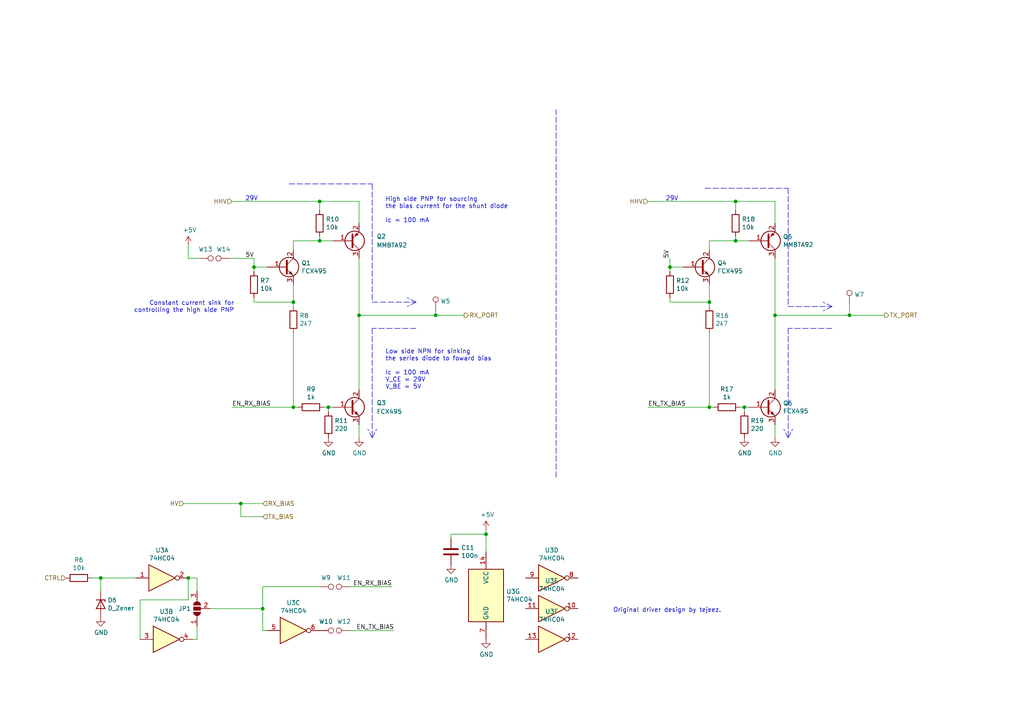
<source format=kicad_sch>
(kicad_sch (version 20211123) (generator eeschema)

  (uuid d3d57924-54a6-421d-a3a0-a044fc909e88)

  (paper "A4")

  (title_block
    (title "Bias driver")
    (date "2022-05-03")
    (rev "v1")
    (company "petrinm")
  )

  (lib_symbols
    (symbol "74xx:74HC04" (in_bom yes) (on_board yes)
      (property "Reference" "U" (id 0) (at 0 1.27 0)
        (effects (font (size 1.27 1.27)))
      )
      (property "Value" "74HC04" (id 1) (at 0 -1.27 0)
        (effects (font (size 1.27 1.27)))
      )
      (property "Footprint" "" (id 2) (at 0 0 0)
        (effects (font (size 1.27 1.27)) hide)
      )
      (property "Datasheet" "https://assets.nexperia.com/documents/data-sheet/74HC_HCT04.pdf" (id 3) (at 0 0 0)
        (effects (font (size 1.27 1.27)) hide)
      )
      (property "ki_locked" "" (id 4) (at 0 0 0)
        (effects (font (size 1.27 1.27)))
      )
      (property "ki_keywords" "HCMOS not inv" (id 5) (at 0 0 0)
        (effects (font (size 1.27 1.27)) hide)
      )
      (property "ki_description" "Hex Inverter" (id 6) (at 0 0 0)
        (effects (font (size 1.27 1.27)) hide)
      )
      (property "ki_fp_filters" "DIP*W7.62mm* SSOP?14* TSSOP?14*" (id 7) (at 0 0 0)
        (effects (font (size 1.27 1.27)) hide)
      )
      (symbol "74HC04_1_0"
        (polyline
          (pts
            (xy -3.81 3.81)
            (xy -3.81 -3.81)
            (xy 3.81 0)
            (xy -3.81 3.81)
          )
          (stroke (width 0.254) (type default) (color 0 0 0 0))
          (fill (type background))
        )
        (pin input line (at -7.62 0 0) (length 3.81)
          (name "~" (effects (font (size 1.27 1.27))))
          (number "1" (effects (font (size 1.27 1.27))))
        )
        (pin output inverted (at 7.62 0 180) (length 3.81)
          (name "~" (effects (font (size 1.27 1.27))))
          (number "2" (effects (font (size 1.27 1.27))))
        )
      )
      (symbol "74HC04_2_0"
        (polyline
          (pts
            (xy -3.81 3.81)
            (xy -3.81 -3.81)
            (xy 3.81 0)
            (xy -3.81 3.81)
          )
          (stroke (width 0.254) (type default) (color 0 0 0 0))
          (fill (type background))
        )
        (pin input line (at -7.62 0 0) (length 3.81)
          (name "~" (effects (font (size 1.27 1.27))))
          (number "3" (effects (font (size 1.27 1.27))))
        )
        (pin output inverted (at 7.62 0 180) (length 3.81)
          (name "~" (effects (font (size 1.27 1.27))))
          (number "4" (effects (font (size 1.27 1.27))))
        )
      )
      (symbol "74HC04_3_0"
        (polyline
          (pts
            (xy -3.81 3.81)
            (xy -3.81 -3.81)
            (xy 3.81 0)
            (xy -3.81 3.81)
          )
          (stroke (width 0.254) (type default) (color 0 0 0 0))
          (fill (type background))
        )
        (pin input line (at -7.62 0 0) (length 3.81)
          (name "~" (effects (font (size 1.27 1.27))))
          (number "5" (effects (font (size 1.27 1.27))))
        )
        (pin output inverted (at 7.62 0 180) (length 3.81)
          (name "~" (effects (font (size 1.27 1.27))))
          (number "6" (effects (font (size 1.27 1.27))))
        )
      )
      (symbol "74HC04_4_0"
        (polyline
          (pts
            (xy -3.81 3.81)
            (xy -3.81 -3.81)
            (xy 3.81 0)
            (xy -3.81 3.81)
          )
          (stroke (width 0.254) (type default) (color 0 0 0 0))
          (fill (type background))
        )
        (pin output inverted (at 7.62 0 180) (length 3.81)
          (name "~" (effects (font (size 1.27 1.27))))
          (number "8" (effects (font (size 1.27 1.27))))
        )
        (pin input line (at -7.62 0 0) (length 3.81)
          (name "~" (effects (font (size 1.27 1.27))))
          (number "9" (effects (font (size 1.27 1.27))))
        )
      )
      (symbol "74HC04_5_0"
        (polyline
          (pts
            (xy -3.81 3.81)
            (xy -3.81 -3.81)
            (xy 3.81 0)
            (xy -3.81 3.81)
          )
          (stroke (width 0.254) (type default) (color 0 0 0 0))
          (fill (type background))
        )
        (pin output inverted (at 7.62 0 180) (length 3.81)
          (name "~" (effects (font (size 1.27 1.27))))
          (number "10" (effects (font (size 1.27 1.27))))
        )
        (pin input line (at -7.62 0 0) (length 3.81)
          (name "~" (effects (font (size 1.27 1.27))))
          (number "11" (effects (font (size 1.27 1.27))))
        )
      )
      (symbol "74HC04_6_0"
        (polyline
          (pts
            (xy -3.81 3.81)
            (xy -3.81 -3.81)
            (xy 3.81 0)
            (xy -3.81 3.81)
          )
          (stroke (width 0.254) (type default) (color 0 0 0 0))
          (fill (type background))
        )
        (pin output inverted (at 7.62 0 180) (length 3.81)
          (name "~" (effects (font (size 1.27 1.27))))
          (number "12" (effects (font (size 1.27 1.27))))
        )
        (pin input line (at -7.62 0 0) (length 3.81)
          (name "~" (effects (font (size 1.27 1.27))))
          (number "13" (effects (font (size 1.27 1.27))))
        )
      )
      (symbol "74HC04_7_0"
        (pin power_in line (at 0 12.7 270) (length 5.08)
          (name "VCC" (effects (font (size 1.27 1.27))))
          (number "14" (effects (font (size 1.27 1.27))))
        )
        (pin power_in line (at 0 -12.7 90) (length 5.08)
          (name "GND" (effects (font (size 1.27 1.27))))
          (number "7" (effects (font (size 1.27 1.27))))
        )
      )
      (symbol "74HC04_7_1"
        (rectangle (start -5.08 7.62) (end 5.08 -7.62)
          (stroke (width 0.254) (type default) (color 0 0 0 0))
          (fill (type background))
        )
      )
    )
    (symbol "Connector_Specialized:Test_Point" (pin_numbers hide) (pin_names (offset 0.762) hide) (in_bom yes) (on_board yes)
      (property "Reference" "TP" (id 0) (at 0 6.858 0)
        (effects (font (size 1.27 1.27)))
      )
      (property "Value" "Connector_Specialized_Test_Point" (id 1) (at 0 5.08 0)
        (effects (font (size 1.27 1.27)))
      )
      (property "Footprint" "" (id 2) (at 5.08 0 0)
        (effects (font (size 1.27 1.27)) hide)
      )
      (property "Datasheet" "" (id 3) (at 5.08 0 0)
        (effects (font (size 1.27 1.27)) hide)
      )
      (property "ki_fp_filters" "Pin* Test*" (id 4) (at 0 0 0)
        (effects (font (size 1.27 1.27)) hide)
      )
      (symbol "Test_Point_0_1"
        (circle (center 0 3.302) (radius 0.762)
          (stroke (width 0) (type default) (color 0 0 0 0))
          (fill (type none))
        )
      )
      (symbol "Test_Point_1_1"
        (pin passive line (at 0 0 90) (length 2.54)
          (name "1" (effects (font (size 1.27 1.27))))
          (number "1" (effects (font (size 1.27 1.27))))
        )
      )
    )
    (symbol "Device:C" (pin_numbers hide) (pin_names (offset 0.254)) (in_bom yes) (on_board yes)
      (property "Reference" "C" (id 0) (at 0.635 2.54 0)
        (effects (font (size 1.27 1.27)) (justify left))
      )
      (property "Value" "C" (id 1) (at 0.635 -2.54 0)
        (effects (font (size 1.27 1.27)) (justify left))
      )
      (property "Footprint" "" (id 2) (at 0.9652 -3.81 0)
        (effects (font (size 1.27 1.27)) hide)
      )
      (property "Datasheet" "~" (id 3) (at 0 0 0)
        (effects (font (size 1.27 1.27)) hide)
      )
      (property "ki_keywords" "cap capacitor" (id 4) (at 0 0 0)
        (effects (font (size 1.27 1.27)) hide)
      )
      (property "ki_description" "Unpolarized capacitor" (id 5) (at 0 0 0)
        (effects (font (size 1.27 1.27)) hide)
      )
      (property "ki_fp_filters" "C_*" (id 6) (at 0 0 0)
        (effects (font (size 1.27 1.27)) hide)
      )
      (symbol "C_0_1"
        (polyline
          (pts
            (xy -2.032 -0.762)
            (xy 2.032 -0.762)
          )
          (stroke (width 0.508) (type default) (color 0 0 0 0))
          (fill (type none))
        )
        (polyline
          (pts
            (xy -2.032 0.762)
            (xy 2.032 0.762)
          )
          (stroke (width 0.508) (type default) (color 0 0 0 0))
          (fill (type none))
        )
      )
      (symbol "C_1_1"
        (pin passive line (at 0 3.81 270) (length 2.794)
          (name "~" (effects (font (size 1.27 1.27))))
          (number "1" (effects (font (size 1.27 1.27))))
        )
        (pin passive line (at 0 -3.81 90) (length 2.794)
          (name "~" (effects (font (size 1.27 1.27))))
          (number "2" (effects (font (size 1.27 1.27))))
        )
      )
    )
    (symbol "Device:D_Zener" (pin_numbers hide) (pin_names (offset 1.016) hide) (in_bom yes) (on_board yes)
      (property "Reference" "D" (id 0) (at 0 2.54 0)
        (effects (font (size 1.27 1.27)))
      )
      (property "Value" "D_Zener" (id 1) (at 0 -2.54 0)
        (effects (font (size 1.27 1.27)))
      )
      (property "Footprint" "" (id 2) (at 0 0 0)
        (effects (font (size 1.27 1.27)) hide)
      )
      (property "Datasheet" "~" (id 3) (at 0 0 0)
        (effects (font (size 1.27 1.27)) hide)
      )
      (property "ki_keywords" "diode" (id 4) (at 0 0 0)
        (effects (font (size 1.27 1.27)) hide)
      )
      (property "ki_description" "Zener diode" (id 5) (at 0 0 0)
        (effects (font (size 1.27 1.27)) hide)
      )
      (property "ki_fp_filters" "TO-???* *_Diode_* *SingleDiode* D_*" (id 6) (at 0 0 0)
        (effects (font (size 1.27 1.27)) hide)
      )
      (symbol "D_Zener_0_1"
        (polyline
          (pts
            (xy 1.27 0)
            (xy -1.27 0)
          )
          (stroke (width 0) (type default) (color 0 0 0 0))
          (fill (type none))
        )
        (polyline
          (pts
            (xy -1.27 -1.27)
            (xy -1.27 1.27)
            (xy -0.762 1.27)
          )
          (stroke (width 0.254) (type default) (color 0 0 0 0))
          (fill (type none))
        )
        (polyline
          (pts
            (xy 1.27 -1.27)
            (xy 1.27 1.27)
            (xy -1.27 0)
            (xy 1.27 -1.27)
          )
          (stroke (width 0.254) (type default) (color 0 0 0 0))
          (fill (type none))
        )
      )
      (symbol "D_Zener_1_1"
        (pin passive line (at -3.81 0 0) (length 2.54)
          (name "K" (effects (font (size 1.27 1.27))))
          (number "1" (effects (font (size 1.27 1.27))))
        )
        (pin passive line (at 3.81 0 180) (length 2.54)
          (name "A" (effects (font (size 1.27 1.27))))
          (number "2" (effects (font (size 1.27 1.27))))
        )
      )
    )
    (symbol "Device:Q_NPN_BCE" (pin_names (offset 0) hide) (in_bom yes) (on_board yes)
      (property "Reference" "Q" (id 0) (at 5.08 1.27 0)
        (effects (font (size 1.27 1.27)) (justify left))
      )
      (property "Value" "Q_NPN_BCE" (id 1) (at 5.08 -1.27 0)
        (effects (font (size 1.27 1.27)) (justify left))
      )
      (property "Footprint" "" (id 2) (at 5.08 2.54 0)
        (effects (font (size 1.27 1.27)) hide)
      )
      (property "Datasheet" "~" (id 3) (at 0 0 0)
        (effects (font (size 1.27 1.27)) hide)
      )
      (property "ki_keywords" "transistor NPN" (id 4) (at 0 0 0)
        (effects (font (size 1.27 1.27)) hide)
      )
      (property "ki_description" "NPN transistor, base/collector/emitter" (id 5) (at 0 0 0)
        (effects (font (size 1.27 1.27)) hide)
      )
      (symbol "Q_NPN_BCE_0_1"
        (polyline
          (pts
            (xy 0.635 0.635)
            (xy 2.54 2.54)
          )
          (stroke (width 0) (type default) (color 0 0 0 0))
          (fill (type none))
        )
        (polyline
          (pts
            (xy 0.635 -0.635)
            (xy 2.54 -2.54)
            (xy 2.54 -2.54)
          )
          (stroke (width 0) (type default) (color 0 0 0 0))
          (fill (type none))
        )
        (polyline
          (pts
            (xy 0.635 1.905)
            (xy 0.635 -1.905)
            (xy 0.635 -1.905)
          )
          (stroke (width 0.508) (type default) (color 0 0 0 0))
          (fill (type none))
        )
        (polyline
          (pts
            (xy 1.27 -1.778)
            (xy 1.778 -1.27)
            (xy 2.286 -2.286)
            (xy 1.27 -1.778)
            (xy 1.27 -1.778)
          )
          (stroke (width 0) (type default) (color 0 0 0 0))
          (fill (type outline))
        )
        (circle (center 1.27 0) (radius 2.8194)
          (stroke (width 0.254) (type default) (color 0 0 0 0))
          (fill (type none))
        )
      )
      (symbol "Q_NPN_BCE_1_1"
        (pin input line (at -5.08 0 0) (length 5.715)
          (name "B" (effects (font (size 1.27 1.27))))
          (number "1" (effects (font (size 1.27 1.27))))
        )
        (pin passive line (at 2.54 5.08 270) (length 2.54)
          (name "C" (effects (font (size 1.27 1.27))))
          (number "2" (effects (font (size 1.27 1.27))))
        )
        (pin passive line (at 2.54 -5.08 90) (length 2.54)
          (name "E" (effects (font (size 1.27 1.27))))
          (number "3" (effects (font (size 1.27 1.27))))
        )
      )
    )
    (symbol "Device:Q_PNP_BEC" (pin_names (offset 0) hide) (in_bom yes) (on_board yes)
      (property "Reference" "Q" (id 0) (at 5.08 1.27 0)
        (effects (font (size 1.27 1.27)) (justify left))
      )
      (property "Value" "Q_PNP_BEC" (id 1) (at 5.08 -1.27 0)
        (effects (font (size 1.27 1.27)) (justify left))
      )
      (property "Footprint" "" (id 2) (at 5.08 2.54 0)
        (effects (font (size 1.27 1.27)) hide)
      )
      (property "Datasheet" "~" (id 3) (at 0 0 0)
        (effects (font (size 1.27 1.27)) hide)
      )
      (property "ki_keywords" "transistor PNP" (id 4) (at 0 0 0)
        (effects (font (size 1.27 1.27)) hide)
      )
      (property "ki_description" "PNP transistor, base/emitter/collector" (id 5) (at 0 0 0)
        (effects (font (size 1.27 1.27)) hide)
      )
      (symbol "Q_PNP_BEC_0_1"
        (polyline
          (pts
            (xy 0.635 0.635)
            (xy 2.54 2.54)
          )
          (stroke (width 0) (type default) (color 0 0 0 0))
          (fill (type none))
        )
        (polyline
          (pts
            (xy 0.635 -0.635)
            (xy 2.54 -2.54)
            (xy 2.54 -2.54)
          )
          (stroke (width 0) (type default) (color 0 0 0 0))
          (fill (type none))
        )
        (polyline
          (pts
            (xy 0.635 1.905)
            (xy 0.635 -1.905)
            (xy 0.635 -1.905)
          )
          (stroke (width 0.508) (type default) (color 0 0 0 0))
          (fill (type none))
        )
        (polyline
          (pts
            (xy 2.286 -1.778)
            (xy 1.778 -2.286)
            (xy 1.27 -1.27)
            (xy 2.286 -1.778)
            (xy 2.286 -1.778)
          )
          (stroke (width 0) (type default) (color 0 0 0 0))
          (fill (type outline))
        )
        (circle (center 1.27 0) (radius 2.8194)
          (stroke (width 0.254) (type default) (color 0 0 0 0))
          (fill (type none))
        )
      )
      (symbol "Q_PNP_BEC_1_1"
        (pin input line (at -5.08 0 0) (length 5.715)
          (name "B" (effects (font (size 1.27 1.27))))
          (number "1" (effects (font (size 1.27 1.27))))
        )
        (pin passive line (at 2.54 -5.08 90) (length 2.54)
          (name "E" (effects (font (size 1.27 1.27))))
          (number "2" (effects (font (size 1.27 1.27))))
        )
        (pin passive line (at 2.54 5.08 270) (length 2.54)
          (name "C" (effects (font (size 1.27 1.27))))
          (number "3" (effects (font (size 1.27 1.27))))
        )
      )
    )
    (symbol "Device:R" (pin_numbers hide) (pin_names (offset 0)) (in_bom yes) (on_board yes)
      (property "Reference" "R" (id 0) (at 2.032 0 90)
        (effects (font (size 1.27 1.27)))
      )
      (property "Value" "R" (id 1) (at 0 0 90)
        (effects (font (size 1.27 1.27)))
      )
      (property "Footprint" "" (id 2) (at -1.778 0 90)
        (effects (font (size 1.27 1.27)) hide)
      )
      (property "Datasheet" "~" (id 3) (at 0 0 0)
        (effects (font (size 1.27 1.27)) hide)
      )
      (property "ki_keywords" "R res resistor" (id 4) (at 0 0 0)
        (effects (font (size 1.27 1.27)) hide)
      )
      (property "ki_description" "Resistor" (id 5) (at 0 0 0)
        (effects (font (size 1.27 1.27)) hide)
      )
      (property "ki_fp_filters" "R_*" (id 6) (at 0 0 0)
        (effects (font (size 1.27 1.27)) hide)
      )
      (symbol "R_0_1"
        (rectangle (start -1.016 -2.54) (end 1.016 2.54)
          (stroke (width 0.254) (type default) (color 0 0 0 0))
          (fill (type none))
        )
      )
      (symbol "R_1_1"
        (pin passive line (at 0 3.81 270) (length 1.27)
          (name "~" (effects (font (size 1.27 1.27))))
          (number "1" (effects (font (size 1.27 1.27))))
        )
        (pin passive line (at 0 -3.81 90) (length 1.27)
          (name "~" (effects (font (size 1.27 1.27))))
          (number "2" (effects (font (size 1.27 1.27))))
        )
      )
    )
    (symbol "Jumper:SolderJumper_3_Open" (pin_names (offset 0) hide) (in_bom yes) (on_board yes)
      (property "Reference" "JP" (id 0) (at -2.54 -2.54 0)
        (effects (font (size 1.27 1.27)))
      )
      (property "Value" "SolderJumper_3_Open" (id 1) (at 0 2.794 0)
        (effects (font (size 1.27 1.27)))
      )
      (property "Footprint" "" (id 2) (at 0 0 0)
        (effects (font (size 1.27 1.27)) hide)
      )
      (property "Datasheet" "~" (id 3) (at 0 0 0)
        (effects (font (size 1.27 1.27)) hide)
      )
      (property "ki_keywords" "Solder Jumper SPDT" (id 4) (at 0 0 0)
        (effects (font (size 1.27 1.27)) hide)
      )
      (property "ki_description" "Solder Jumper, 3-pole, open" (id 5) (at 0 0 0)
        (effects (font (size 1.27 1.27)) hide)
      )
      (property "ki_fp_filters" "SolderJumper*Open*" (id 6) (at 0 0 0)
        (effects (font (size 1.27 1.27)) hide)
      )
      (symbol "SolderJumper_3_Open_0_1"
        (arc (start -1.016 1.016) (mid -2.032 0) (end -1.016 -1.016)
          (stroke (width 0) (type default) (color 0 0 0 0))
          (fill (type none))
        )
        (arc (start -1.016 1.016) (mid -2.032 0) (end -1.016 -1.016)
          (stroke (width 0) (type default) (color 0 0 0 0))
          (fill (type outline))
        )
        (rectangle (start -0.508 1.016) (end 0.508 -1.016)
          (stroke (width 0) (type default) (color 0 0 0 0))
          (fill (type outline))
        )
        (polyline
          (pts
            (xy -2.54 0)
            (xy -2.032 0)
          )
          (stroke (width 0) (type default) (color 0 0 0 0))
          (fill (type none))
        )
        (polyline
          (pts
            (xy -1.016 1.016)
            (xy -1.016 -1.016)
          )
          (stroke (width 0) (type default) (color 0 0 0 0))
          (fill (type none))
        )
        (polyline
          (pts
            (xy 0 -1.27)
            (xy 0 -1.016)
          )
          (stroke (width 0) (type default) (color 0 0 0 0))
          (fill (type none))
        )
        (polyline
          (pts
            (xy 1.016 1.016)
            (xy 1.016 -1.016)
          )
          (stroke (width 0) (type default) (color 0 0 0 0))
          (fill (type none))
        )
        (polyline
          (pts
            (xy 2.54 0)
            (xy 2.032 0)
          )
          (stroke (width 0) (type default) (color 0 0 0 0))
          (fill (type none))
        )
        (arc (start 1.016 -1.016) (mid 2.032 0) (end 1.016 1.016)
          (stroke (width 0) (type default) (color 0 0 0 0))
          (fill (type none))
        )
        (arc (start 1.016 -1.016) (mid 2.032 0) (end 1.016 1.016)
          (stroke (width 0) (type default) (color 0 0 0 0))
          (fill (type outline))
        )
      )
      (symbol "SolderJumper_3_Open_1_1"
        (pin passive line (at -5.08 0 0) (length 2.54)
          (name "A" (effects (font (size 1.27 1.27))))
          (number "1" (effects (font (size 1.27 1.27))))
        )
        (pin input line (at 0 -3.81 90) (length 2.54)
          (name "C" (effects (font (size 1.27 1.27))))
          (number "2" (effects (font (size 1.27 1.27))))
        )
        (pin passive line (at 5.08 0 180) (length 2.54)
          (name "B" (effects (font (size 1.27 1.27))))
          (number "3" (effects (font (size 1.27 1.27))))
        )
      )
    )
    (symbol "power:+5V" (power) (pin_names (offset 0)) (in_bom yes) (on_board yes)
      (property "Reference" "#PWR" (id 0) (at 0 -3.81 0)
        (effects (font (size 1.27 1.27)) hide)
      )
      (property "Value" "+5V" (id 1) (at 0 3.556 0)
        (effects (font (size 1.27 1.27)))
      )
      (property "Footprint" "" (id 2) (at 0 0 0)
        (effects (font (size 1.27 1.27)) hide)
      )
      (property "Datasheet" "" (id 3) (at 0 0 0)
        (effects (font (size 1.27 1.27)) hide)
      )
      (property "ki_keywords" "power-flag" (id 4) (at 0 0 0)
        (effects (font (size 1.27 1.27)) hide)
      )
      (property "ki_description" "Power symbol creates a global label with name \"+5V\"" (id 5) (at 0 0 0)
        (effects (font (size 1.27 1.27)) hide)
      )
      (symbol "+5V_0_1"
        (polyline
          (pts
            (xy -0.762 1.27)
            (xy 0 2.54)
          )
          (stroke (width 0) (type default) (color 0 0 0 0))
          (fill (type none))
        )
        (polyline
          (pts
            (xy 0 0)
            (xy 0 2.54)
          )
          (stroke (width 0) (type default) (color 0 0 0 0))
          (fill (type none))
        )
        (polyline
          (pts
            (xy 0 2.54)
            (xy 0.762 1.27)
          )
          (stroke (width 0) (type default) (color 0 0 0 0))
          (fill (type none))
        )
      )
      (symbol "+5V_1_1"
        (pin power_in line (at 0 0 90) (length 0) hide
          (name "+5V" (effects (font (size 1.27 1.27))))
          (number "1" (effects (font (size 1.27 1.27))))
        )
      )
    )
    (symbol "power:GND" (power) (pin_names (offset 0)) (in_bom yes) (on_board yes)
      (property "Reference" "#PWR" (id 0) (at 0 -6.35 0)
        (effects (font (size 1.27 1.27)) hide)
      )
      (property "Value" "GND" (id 1) (at 0 -3.81 0)
        (effects (font (size 1.27 1.27)))
      )
      (property "Footprint" "" (id 2) (at 0 0 0)
        (effects (font (size 1.27 1.27)) hide)
      )
      (property "Datasheet" "" (id 3) (at 0 0 0)
        (effects (font (size 1.27 1.27)) hide)
      )
      (property "ki_keywords" "power-flag" (id 4) (at 0 0 0)
        (effects (font (size 1.27 1.27)) hide)
      )
      (property "ki_description" "Power symbol creates a global label with name \"GND\" , ground" (id 5) (at 0 0 0)
        (effects (font (size 1.27 1.27)) hide)
      )
      (symbol "GND_0_1"
        (polyline
          (pts
            (xy 0 0)
            (xy 0 -1.27)
            (xy 1.27 -1.27)
            (xy 0 -2.54)
            (xy -1.27 -1.27)
            (xy 0 -1.27)
          )
          (stroke (width 0) (type default) (color 0 0 0 0))
          (fill (type none))
        )
      )
      (symbol "GND_1_1"
        (pin power_in line (at 0 0 270) (length 0) hide
          (name "GND" (effects (font (size 1.27 1.27))))
          (number "1" (effects (font (size 1.27 1.27))))
        )
      )
    )
  )

  (junction (at 92.71 69.85) (diameter 0) (color 0 0 0 0)
    (uuid 0b11bb54-3dd1-407e-956e-4ba368422b96)
  )
  (junction (at 85.09 118.11) (diameter 0) (color 0 0 0 0)
    (uuid 0d4cb27f-14ad-4873-8951-9a58085031c3)
  )
  (junction (at 140.97 154.94) (diameter 0) (color 0 0 0 0)
    (uuid 16e76ce9-74ce-408d-a69a-96a369e0fc4e)
  )
  (junction (at 54.61 167.64) (diameter 0) (color 0 0 0 0)
    (uuid 2fa42857-c05e-49c8-b5df-40de4a698c7c)
  )
  (junction (at 69.85 146.05) (diameter 0) (color 0 0 0 0)
    (uuid 37f29c2b-b4b9-4ec9-8c46-791562815677)
  )
  (junction (at 29.21 167.64) (diameter 0) (color 0 0 0 0)
    (uuid 38fb9656-65bf-491d-8156-ebf06ad5bc27)
  )
  (junction (at 95.25 118.11) (diameter 0) (color 0 0 0 0)
    (uuid 477d946c-03ef-4546-94a2-aca21f5fad33)
  )
  (junction (at 194.31 77.47) (diameter 0) (color 0 0 0 0)
    (uuid 5b7ed27d-7a98-49d9-ad38-2d14ee25ef60)
  )
  (junction (at 213.36 69.85) (diameter 0) (color 0 0 0 0)
    (uuid 657f8d5f-3b86-42cf-b570-0f91850eb877)
  )
  (junction (at 85.09 87.63) (diameter 0) (color 0 0 0 0)
    (uuid 707ead50-890b-4cfb-b757-e9dcf9c93b40)
  )
  (junction (at 205.74 118.11) (diameter 0) (color 0 0 0 0)
    (uuid 71d65520-69b4-4ec7-bfa4-0f3ee0cf1fd4)
  )
  (junction (at 224.79 91.44) (diameter 0) (color 0 0 0 0)
    (uuid 73ac481d-22f8-4aa3-8d09-514b165b9221)
  )
  (junction (at 205.74 87.63) (diameter 0) (color 0 0 0 0)
    (uuid 75241c2e-d5b7-462f-99c2-7e440c534371)
  )
  (junction (at 215.9 118.11) (diameter 0) (color 0 0 0 0)
    (uuid 767205cd-2190-486e-a92a-7a7b3d753739)
  )
  (junction (at 73.66 77.47) (diameter 0) (color 0 0 0 0)
    (uuid 7bd7766e-f882-4faa-ba8c-84cae5fad71f)
  )
  (junction (at 104.14 91.44) (diameter 0) (color 0 0 0 0)
    (uuid b75b7474-d19a-4eb7-9e79-b88ccbb499a0)
  )
  (junction (at 246.38 91.44) (diameter 0) (color 0 0 0 0)
    (uuid b769a7f2-cbb5-4f14-b536-5c0163f94081)
  )
  (junction (at 92.71 58.42) (diameter 0) (color 0 0 0 0)
    (uuid bbb09634-2dbd-45c5-8a34-d45153e41207)
  )
  (junction (at 126.365 91.44) (diameter 0) (color 0 0 0 0)
    (uuid db610142-ff8a-45a9-8080-4956f51b6bef)
  )
  (junction (at 213.36 58.42) (diameter 0) (color 0 0 0 0)
    (uuid e2c85001-8e86-41aa-8672-a4ea54835551)
  )
  (junction (at 76.2 176.53) (diameter 0) (color 0 0 0 0)
    (uuid ef455c8f-55b0-46c7-ab39-3a810ed93be9)
  )

  (wire (pts (xy 73.66 87.63) (xy 85.09 87.63))
    (stroke (width 0) (type default) (color 0 0 0 0))
    (uuid 03656695-cdad-43f3-b875-74a8a2f68761)
  )
  (wire (pts (xy 194.31 78.74) (xy 194.31 77.47))
    (stroke (width 0) (type default) (color 0 0 0 0))
    (uuid 074e2476-53fc-40ca-9a24-fbcc3d05a5d2)
  )
  (wire (pts (xy 205.74 82.55) (xy 205.74 87.63))
    (stroke (width 0) (type default) (color 0 0 0 0))
    (uuid 0c402828-3963-47c7-9cfa-bece026f4b59)
  )
  (polyline (pts (xy 120.65 87.63) (xy 118.11 86.36))
    (stroke (width 0) (type default) (color 0 0 0 0))
    (uuid 0ccf4b99-b812-4c53-badf-ca0068ac7721)
  )

  (wire (pts (xy 205.74 69.85) (xy 205.74 72.39))
    (stroke (width 0) (type default) (color 0 0 0 0))
    (uuid 1294fd65-317c-475d-b79a-918b165175ca)
  )
  (wire (pts (xy 194.31 87.63) (xy 205.74 87.63))
    (stroke (width 0) (type default) (color 0 0 0 0))
    (uuid 14ee10e4-376f-4245-9af4-2b5c6e222fa2)
  )
  (wire (pts (xy 76.2 170.18) (xy 76.2 176.53))
    (stroke (width 0) (type default) (color 0 0 0 0))
    (uuid 15d2b061-10e2-4e32-b10b-162df6931e4c)
  )
  (wire (pts (xy 73.66 78.74) (xy 73.66 77.47))
    (stroke (width 0) (type default) (color 0 0 0 0))
    (uuid 16ccd9e8-bfc3-42ee-9782-a416a720ab56)
  )
  (wire (pts (xy 55.88 185.42) (xy 57.15 185.42))
    (stroke (width 0) (type default) (color 0 0 0 0))
    (uuid 178dcc12-a363-4382-846c-3ee80aff12ab)
  )
  (wire (pts (xy 85.09 69.85) (xy 85.09 72.39))
    (stroke (width 0) (type default) (color 0 0 0 0))
    (uuid 189d7120-f0f2-4d56-a9d1-24795b4e3dfd)
  )
  (wire (pts (xy 95.25 118.11) (xy 96.52 118.11))
    (stroke (width 0) (type default) (color 0 0 0 0))
    (uuid 1c7c5f2f-8bad-46d4-bcf4-15c156f20cdc)
  )
  (wire (pts (xy 29.21 167.64) (xy 39.37 167.64))
    (stroke (width 0) (type default) (color 0 0 0 0))
    (uuid 1d7f4e50-6461-40f8-98c8-46da8df39bf5)
  )
  (wire (pts (xy 54.61 167.64) (xy 54.61 173.99))
    (stroke (width 0) (type default) (color 0 0 0 0))
    (uuid 1dc39ed0-b44e-43fb-8e35-a0a3619c1659)
  )
  (wire (pts (xy 126.365 91.44) (xy 126.365 90.17))
    (stroke (width 0) (type default) (color 0 0 0 0))
    (uuid 2328868e-a65f-419d-81b6-bdc2c370b1f9)
  )
  (polyline (pts (xy 120.65 95.25) (xy 107.95 95.25))
    (stroke (width 0) (type default) (color 0 0 0 0))
    (uuid 26b6e96d-4eeb-45f5-9d47-786b1c223760)
  )

  (wire (pts (xy 67.31 58.42) (xy 92.71 58.42))
    (stroke (width 0) (type default) (color 0 0 0 0))
    (uuid 26de95e1-41f8-40e1-b2a4-b90a46dd9590)
  )
  (wire (pts (xy 76.2 182.88) (xy 77.47 182.88))
    (stroke (width 0) (type default) (color 0 0 0 0))
    (uuid 292cdb76-be63-41a5-a22b-5612cf1f4b52)
  )
  (wire (pts (xy 54.61 173.99) (xy 40.64 173.99))
    (stroke (width 0) (type default) (color 0 0 0 0))
    (uuid 320f24e1-43cf-422e-9088-56a256eada53)
  )
  (wire (pts (xy 95.25 119.38) (xy 95.25 118.11))
    (stroke (width 0) (type default) (color 0 0 0 0))
    (uuid 32a89863-ac46-43da-8103-055674de99f9)
  )
  (wire (pts (xy 85.09 82.55) (xy 85.09 87.63))
    (stroke (width 0) (type default) (color 0 0 0 0))
    (uuid 337d27cf-0dbb-49b1-a82b-dcc3be523aec)
  )
  (wire (pts (xy 40.64 173.99) (xy 40.64 185.42))
    (stroke (width 0) (type default) (color 0 0 0 0))
    (uuid 34d3011d-4f1f-4dcf-bb36-4c20ff8aa562)
  )
  (polyline (pts (xy 107.95 127) (xy 109.22 124.46))
    (stroke (width 0) (type default) (color 0 0 0 0))
    (uuid 397fbf62-030a-4e93-b9af-e0ac0392f430)
  )

  (wire (pts (xy 217.17 69.85) (xy 213.36 69.85))
    (stroke (width 0) (type default) (color 0 0 0 0))
    (uuid 3de5b636-0fcc-41dd-96fd-27e7a7b08273)
  )
  (wire (pts (xy 130.81 154.94) (xy 140.97 154.94))
    (stroke (width 0) (type default) (color 0 0 0 0))
    (uuid 3eeb6f8c-9e15-4fad-b379-7a1a706f7133)
  )
  (wire (pts (xy 126.365 91.44) (xy 134.62 91.44))
    (stroke (width 0) (type default) (color 0 0 0 0))
    (uuid 4497244b-7831-45dd-b259-b84d370882c6)
  )
  (wire (pts (xy 224.79 74.93) (xy 224.79 91.44))
    (stroke (width 0) (type default) (color 0 0 0 0))
    (uuid 46da0730-d29a-4d22-b888-e77963d4b9ea)
  )
  (wire (pts (xy 104.14 91.44) (xy 104.14 113.03))
    (stroke (width 0) (type default) (color 0 0 0 0))
    (uuid 470fa711-3923-4477-b922-ad46de2b43ba)
  )
  (wire (pts (xy 92.71 170.18) (xy 76.2 170.18))
    (stroke (width 0) (type default) (color 0 0 0 0))
    (uuid 48726495-c4aa-46bc-879f-b701b20c06c6)
  )
  (wire (pts (xy 54.61 71.12) (xy 54.61 74.93))
    (stroke (width 0) (type default) (color 0 0 0 0))
    (uuid 497759fb-a404-400d-b475-fa1a1ca2f85e)
  )
  (polyline (pts (xy 120.65 87.63) (xy 118.11 88.9))
    (stroke (width 0) (type default) (color 0 0 0 0))
    (uuid 529933ad-5e09-4a82-ab17-f4249c3fbf9b)
  )

  (wire (pts (xy 246.38 91.44) (xy 256.54 91.44))
    (stroke (width 0) (type default) (color 0 0 0 0))
    (uuid 55e84685-bfc2-4317-90f4-038efc4c8c2c)
  )
  (wire (pts (xy 113.665 170.18) (xy 101.6 170.18))
    (stroke (width 0) (type default) (color 0 0 0 0))
    (uuid 58b8573e-9a7f-4775-93a6-c4287a8c0482)
  )
  (polyline (pts (xy 228.6 95.25) (xy 228.6 127))
    (stroke (width 0) (type default) (color 0 0 0 0))
    (uuid 593482ff-8060-441f-9e4b-7882b0ebb57b)
  )

  (wire (pts (xy 213.36 69.85) (xy 213.36 68.58))
    (stroke (width 0) (type default) (color 0 0 0 0))
    (uuid 5a364e0f-208b-448f-9bee-416096dd6871)
  )
  (wire (pts (xy 140.97 153.67) (xy 140.97 154.94))
    (stroke (width 0) (type default) (color 0 0 0 0))
    (uuid 5a3c724d-2e99-420e-9788-bcf50aaba71d)
  )
  (wire (pts (xy 67.31 118.11) (xy 85.09 118.11))
    (stroke (width 0) (type default) (color 0 0 0 0))
    (uuid 5f332c94-d254-4975-a4db-9f2d1625b7c3)
  )
  (wire (pts (xy 205.74 118.11) (xy 207.01 118.11))
    (stroke (width 0) (type default) (color 0 0 0 0))
    (uuid 61be73cf-3c09-4799-b90e-7c894464bc48)
  )
  (wire (pts (xy 215.9 119.38) (xy 215.9 118.11))
    (stroke (width 0) (type default) (color 0 0 0 0))
    (uuid 6300f200-7b00-4b53-954b-31fe30bb7bbf)
  )
  (wire (pts (xy 53.34 146.05) (xy 69.85 146.05))
    (stroke (width 0) (type default) (color 0 0 0 0))
    (uuid 636e89d7-c35d-4aee-bf7f-22ec02e6a5fa)
  )
  (wire (pts (xy 214.63 118.11) (xy 215.9 118.11))
    (stroke (width 0) (type default) (color 0 0 0 0))
    (uuid 644f23fd-8da7-49b9-a30d-e479d36ff36c)
  )
  (wire (pts (xy 205.74 69.85) (xy 213.36 69.85))
    (stroke (width 0) (type default) (color 0 0 0 0))
    (uuid 65cd0f0b-0424-4507-b5ac-6a4e29ecfe46)
  )
  (wire (pts (xy 60.96 176.53) (xy 76.2 176.53))
    (stroke (width 0) (type default) (color 0 0 0 0))
    (uuid 684ca31b-ceed-46a4-aeab-bff496861e54)
  )
  (wire (pts (xy 85.09 118.11) (xy 86.36 118.11))
    (stroke (width 0) (type default) (color 0 0 0 0))
    (uuid 6b8236dc-42ad-44af-861b-615a5464a463)
  )
  (wire (pts (xy 66.675 74.93) (xy 73.66 74.93))
    (stroke (width 0) (type default) (color 0 0 0 0))
    (uuid 79bf5054-d11b-4b3c-95b4-9fbd10a3d7a1)
  )
  (wire (pts (xy 140.97 154.94) (xy 140.97 160.02))
    (stroke (width 0) (type default) (color 0 0 0 0))
    (uuid 82256a5f-a165-40d8-9200-65e3bcbdd4e2)
  )
  (polyline (pts (xy 161.29 138.43) (xy 161.29 31.75))
    (stroke (width 0) (type default) (color 0 0 0 0))
    (uuid 83cedcbf-a039-4809-bc72-8a4b41da7729)
  )

  (wire (pts (xy 224.79 91.44) (xy 224.79 113.03))
    (stroke (width 0) (type default) (color 0 0 0 0))
    (uuid 85b90d39-0a46-42cf-beaf-f8ce639c0fce)
  )
  (wire (pts (xy 246.38 88.265) (xy 246.38 91.44))
    (stroke (width 0) (type default) (color 0 0 0 0))
    (uuid 89898e37-a458-4921-a366-dd6cc4ad3240)
  )
  (wire (pts (xy 69.85 146.05) (xy 69.85 149.86))
    (stroke (width 0) (type default) (color 0 0 0 0))
    (uuid 8b4e9597-a6e0-421d-bd7f-a032cde97027)
  )
  (wire (pts (xy 76.2 176.53) (xy 76.2 182.88))
    (stroke (width 0) (type default) (color 0 0 0 0))
    (uuid 8bc228cb-e8f7-491f-beb2-585a2e28aa7f)
  )
  (polyline (pts (xy 228.6 54.61) (xy 228.6 88.9))
    (stroke (width 0) (type default) (color 0 0 0 0))
    (uuid 93cbda26-6700-480b-b2a5-ae1d11a78d8f)
  )

  (wire (pts (xy 73.66 77.47) (xy 77.47 77.47))
    (stroke (width 0) (type default) (color 0 0 0 0))
    (uuid 94163343-fbbe-42b1-bc49-a24cf0fafce5)
  )
  (polyline (pts (xy 83.82 53.34) (xy 107.95 53.34))
    (stroke (width 0) (type default) (color 0 0 0 0))
    (uuid 9992bf93-ddee-4204-a4b9-4ebd1df22b48)
  )

  (wire (pts (xy 104.14 74.93) (xy 104.14 91.44))
    (stroke (width 0) (type default) (color 0 0 0 0))
    (uuid 9ddd3a0c-4477-4a50-8241-31f0b5fda02d)
  )
  (polyline (pts (xy 228.6 88.9) (xy 241.3 88.9))
    (stroke (width 0) (type default) (color 0 0 0 0))
    (uuid a5f66f12-16f4-489c-9d05-82d46f9db2c8)
  )

  (wire (pts (xy 224.79 127) (xy 224.79 123.19))
    (stroke (width 0) (type default) (color 0 0 0 0))
    (uuid a608ed1a-c3e9-47d8-8bc6-ec92cf2a9812)
  )
  (wire (pts (xy 194.31 87.63) (xy 194.31 86.36))
    (stroke (width 0) (type default) (color 0 0 0 0))
    (uuid a6dbe046-132f-4d81-999a-d277333ed824)
  )
  (wire (pts (xy 85.09 87.63) (xy 85.09 88.9))
    (stroke (width 0) (type default) (color 0 0 0 0))
    (uuid a94fa2f6-c274-4ffc-a64b-98f8781dbf6f)
  )
  (wire (pts (xy 57.15 185.42) (xy 57.15 181.61))
    (stroke (width 0) (type default) (color 0 0 0 0))
    (uuid a984e331-35e2-46e6-9529-a1467658de93)
  )
  (polyline (pts (xy 241.3 88.9) (xy 238.76 87.63))
    (stroke (width 0) (type default) (color 0 0 0 0))
    (uuid ab83dc0d-85e8-4ebc-af1f-e02e4e056fe9)
  )

  (wire (pts (xy 104.14 58.42) (xy 92.71 58.42))
    (stroke (width 0) (type default) (color 0 0 0 0))
    (uuid abdc5270-1b89-407b-b21b-b31978b780fa)
  )
  (wire (pts (xy 73.66 87.63) (xy 73.66 86.36))
    (stroke (width 0) (type default) (color 0 0 0 0))
    (uuid adceb784-c598-4116-998e-5f9ad56f8e1f)
  )
  (wire (pts (xy 114.3 182.88) (xy 101.6 182.88))
    (stroke (width 0) (type default) (color 0 0 0 0))
    (uuid ae0e7b58-0cc5-4eff-9647-9ef7ad1a0b6a)
  )
  (polyline (pts (xy 241.3 95.25) (xy 228.6 95.25))
    (stroke (width 0) (type default) (color 0 0 0 0))
    (uuid b0509eda-acdb-4576-9f65-080d86ba5d29)
  )

  (wire (pts (xy 130.81 156.21) (xy 130.81 154.94))
    (stroke (width 0) (type default) (color 0 0 0 0))
    (uuid b25ab25d-5d39-4b53-9740-0c9554ae25b3)
  )
  (wire (pts (xy 54.61 74.93) (xy 57.785 74.93))
    (stroke (width 0) (type default) (color 0 0 0 0))
    (uuid b339d788-8b7e-480a-9897-64bbd0b0db10)
  )
  (wire (pts (xy 224.79 64.77) (xy 224.79 58.42))
    (stroke (width 0) (type default) (color 0 0 0 0))
    (uuid b570816d-48a6-41fe-9607-199783144d63)
  )
  (wire (pts (xy 93.98 118.11) (xy 95.25 118.11))
    (stroke (width 0) (type default) (color 0 0 0 0))
    (uuid b5eb31c1-d914-4915-a00f-49274811913c)
  )
  (wire (pts (xy 69.85 146.05) (xy 76.2 146.05))
    (stroke (width 0) (type default) (color 0 0 0 0))
    (uuid b8678f66-2d7c-478b-bd3e-12266b0cbb3a)
  )
  (wire (pts (xy 73.66 77.47) (xy 73.66 74.93))
    (stroke (width 0) (type default) (color 0 0 0 0))
    (uuid b9cc1f3c-95e2-4314-85ae-ac28e79f3d8c)
  )
  (polyline (pts (xy 107.95 53.34) (xy 107.95 87.63))
    (stroke (width 0) (type default) (color 0 0 0 0))
    (uuid ba393787-c913-440e-ac9b-bcc238dd469f)
  )

  (wire (pts (xy 213.36 58.42) (xy 213.36 60.96))
    (stroke (width 0) (type default) (color 0 0 0 0))
    (uuid ba5cfc8a-c771-4ab1-925f-44c476311e1a)
  )
  (wire (pts (xy 224.79 91.44) (xy 246.38 91.44))
    (stroke (width 0) (type default) (color 0 0 0 0))
    (uuid bb0cd194-e8ec-422d-bee8-3ac920f5fcf7)
  )
  (polyline (pts (xy 228.6 127) (xy 229.87 124.46))
    (stroke (width 0) (type default) (color 0 0 0 0))
    (uuid bc2e39ff-4d54-4998-bbe1-a35e253c1242)
  )

  (wire (pts (xy 205.74 96.52) (xy 205.74 118.11))
    (stroke (width 0) (type default) (color 0 0 0 0))
    (uuid bfafc9ff-1c96-4373-a443-cc073b174bec)
  )
  (polyline (pts (xy 107.95 127) (xy 106.68 124.46))
    (stroke (width 0) (type default) (color 0 0 0 0))
    (uuid bfc7ec27-022f-463a-9b05-d10ea6dcdf3a)
  )

  (wire (pts (xy 224.79 58.42) (xy 213.36 58.42))
    (stroke (width 0) (type default) (color 0 0 0 0))
    (uuid c2e7153f-b1a0-4d92-a2bd-d3db4573730f)
  )
  (wire (pts (xy 85.09 69.85) (xy 92.71 69.85))
    (stroke (width 0) (type default) (color 0 0 0 0))
    (uuid ccf88fa4-91b0-4f2c-b600-381ffed29962)
  )
  (wire (pts (xy 205.74 87.63) (xy 205.74 88.9))
    (stroke (width 0) (type default) (color 0 0 0 0))
    (uuid cd0d6774-7de0-44bf-8f3e-3cd37b2193d4)
  )
  (wire (pts (xy 215.9 118.11) (xy 217.17 118.11))
    (stroke (width 0) (type default) (color 0 0 0 0))
    (uuid cdd0bdad-9f41-4814-814e-b43fe61845cc)
  )
  (polyline (pts (xy 228.6 127) (xy 227.33 124.46))
    (stroke (width 0) (type default) (color 0 0 0 0))
    (uuid cf539ea9-c718-4f31-a77f-b78dece18712)
  )

  (wire (pts (xy 92.71 58.42) (xy 92.71 60.96))
    (stroke (width 0) (type default) (color 0 0 0 0))
    (uuid d2c109ee-9f0d-46ae-a53e-a86dfa362112)
  )
  (wire (pts (xy 194.31 77.47) (xy 198.12 77.47))
    (stroke (width 0) (type default) (color 0 0 0 0))
    (uuid d4922dee-c23f-4f98-af42-fac02f02f46d)
  )
  (polyline (pts (xy 204.47 54.61) (xy 228.6 54.61))
    (stroke (width 0) (type default) (color 0 0 0 0))
    (uuid d5c7c2cc-3769-46c4-8c2c-ab63aade9930)
  )

  (wire (pts (xy 96.52 69.85) (xy 92.71 69.85))
    (stroke (width 0) (type default) (color 0 0 0 0))
    (uuid d5e29013-a6c7-4dd1-bf34-37274c4409b4)
  )
  (wire (pts (xy 194.31 77.47) (xy 194.31 74.93))
    (stroke (width 0) (type default) (color 0 0 0 0))
    (uuid d8ecabd1-8b0f-46dd-80b0-f49977e0d990)
  )
  (wire (pts (xy 92.71 69.85) (xy 92.71 68.58))
    (stroke (width 0) (type default) (color 0 0 0 0))
    (uuid d994ed9b-76cf-48e7-b2ef-616cf34806aa)
  )
  (wire (pts (xy 187.96 58.42) (xy 213.36 58.42))
    (stroke (width 0) (type default) (color 0 0 0 0))
    (uuid da2a1560-bb67-4a63-80ab-d953e986eaf9)
  )
  (wire (pts (xy 187.96 118.11) (xy 205.74 118.11))
    (stroke (width 0) (type default) (color 0 0 0 0))
    (uuid dbc3ccca-82de-4839-a12e-ceaeacfbd8e9)
  )
  (wire (pts (xy 104.14 91.44) (xy 126.365 91.44))
    (stroke (width 0) (type default) (color 0 0 0 0))
    (uuid decd6bfe-9b90-4937-ad00-0199db512a15)
  )
  (wire (pts (xy 57.15 171.45) (xy 57.15 167.64))
    (stroke (width 0) (type default) (color 0 0 0 0))
    (uuid e1941ecd-6ebd-45c1-b7eb-109c7a243598)
  )
  (wire (pts (xy 85.09 96.52) (xy 85.09 118.11))
    (stroke (width 0) (type default) (color 0 0 0 0))
    (uuid e5824d6c-f5d6-4ff8-aad5-c0abbbbb4589)
  )
  (polyline (pts (xy 107.95 95.25) (xy 107.95 127))
    (stroke (width 0) (type default) (color 0 0 0 0))
    (uuid e7df292a-8813-4a52-b490-2b0c364a4184)
  )
  (polyline (pts (xy 107.95 87.63) (xy 120.65 87.63))
    (stroke (width 0) (type default) (color 0 0 0 0))
    (uuid eca10f1b-721a-478b-8b5e-9b6976f6403c)
  )

  (wire (pts (xy 29.21 171.45) (xy 29.21 167.64))
    (stroke (width 0) (type default) (color 0 0 0 0))
    (uuid ef353b5a-05c4-4f92-99fa-bc4c1a4dd3ff)
  )
  (polyline (pts (xy 241.3 88.9) (xy 238.76 90.17))
    (stroke (width 0) (type default) (color 0 0 0 0))
    (uuid efabda7f-7253-4f02-a894-4775558a7d8b)
  )

  (wire (pts (xy 104.14 64.77) (xy 104.14 58.42))
    (stroke (width 0) (type default) (color 0 0 0 0))
    (uuid f0279349-964d-42e8-b716-d6e4d076488f)
  )
  (wire (pts (xy 104.14 127) (xy 104.14 123.19))
    (stroke (width 0) (type default) (color 0 0 0 0))
    (uuid f3a0874e-b54a-4ac7-b098-5f88820c106a)
  )
  (wire (pts (xy 29.21 167.64) (xy 26.67 167.64))
    (stroke (width 0) (type default) (color 0 0 0 0))
    (uuid f4a8a214-a297-4f07-946a-7fc89e6e11d3)
  )
  (wire (pts (xy 57.15 167.64) (xy 54.61 167.64))
    (stroke (width 0) (type default) (color 0 0 0 0))
    (uuid f50f0b04-859d-4c94-84a3-751b8194c224)
  )
  (wire (pts (xy 69.85 149.86) (xy 76.2 149.86))
    (stroke (width 0) (type default) (color 0 0 0 0))
    (uuid f686b9fe-4a3a-46d8-8f85-f17ecb32d041)
  )

  (text "29V" (at 193.04 58.42 0)
    (effects (font (size 1.27 1.27)) (justify left bottom))
    (uuid 659456af-402d-4cf5-ad6b-5a32defd541f)
  )
  (text "Low side NPN for sinking \nthe series diode to foward bias\n\nIc = 100 mA\nV_CE = 29V\nV_BE = 5V"
    (at 111.76 113.03 0)
    (effects (font (size 1.27 1.27)) (justify left bottom))
    (uuid 6b769baa-a4c1-47ea-993e-601bdac97bb1)
  )
  (text "Constant current sink for\ncontrolling the high side PNP"
    (at 67.945 90.805 0)
    (effects (font (size 1.27 1.27)) (justify right bottom))
    (uuid a61e9441-dc1e-4949-94f0-3c5c9c06706c)
  )
  (text "High side PNP for sourcing \nthe bias current for the shunt diode\n\nIc = 100 mA"
    (at 111.76 64.77 0)
    (effects (font (size 1.27 1.27)) (justify left bottom))
    (uuid a8455b62-0969-4cce-b7b7-805563555aea)
  )
  (text "Original driver design by tejeez." (at 177.8 177.8 0)
    (effects (font (size 1.27 1.27)) (justify left bottom))
    (uuid dd3e929c-e7ba-4ba1-9eed-e080e3d93809)
  )
  (text "29V" (at 71.12 58.42 0)
    (effects (font (size 1.27 1.27)) (justify left bottom))
    (uuid e115dbef-10fa-4ec6-8209-aed2cbb4ad6a)
  )

  (label "5V" (at 73.66 74.93 180)
    (effects (font (size 1.27 1.27)) (justify right bottom))
    (uuid 10635419-a309-4d1f-8532-4fabfca2e701)
  )
  (label "5V" (at 194.31 74.93 90)
    (effects (font (size 1.27 1.27)) (justify left bottom))
    (uuid 1ecb8052-f14d-4893-a3ad-a08348cacf20)
  )
  (label "EN_RX_BIAS" (at 67.31 118.11 0)
    (effects (font (size 1.27 1.27)) (justify left bottom))
    (uuid 2d3787c5-daeb-4dc9-b06a-e219efe9a615)
  )
  (label "EN_TX_BIAS" (at 187.96 118.11 0)
    (effects (font (size 1.27 1.27)) (justify left bottom))
    (uuid 8d52066b-ea8c-44d7-84a4-91a573f37cea)
  )
  (label "EN_RX_BIAS" (at 113.665 170.18 180)
    (effects (font (size 1.27 1.27)) (justify right bottom))
    (uuid 9dd35a90-6737-45d2-8e69-fe1ebfb085e0)
  )
  (label "EN_TX_BIAS" (at 114.3 182.88 180)
    (effects (font (size 1.27 1.27)) (justify right bottom))
    (uuid ee5552a3-8630-4b63-96f7-36b2091dc2e8)
  )

  (hierarchical_label "TX_PORT" (shape output) (at 256.54 91.44 0)
    (effects (font (size 1.27 1.27)) (justify left))
    (uuid 0140615d-86d3-45ed-a1ce-4c9c7b9fd691)
  )
  (hierarchical_label "TX_BIAS" (shape input) (at 76.2 149.86 0)
    (effects (font (size 1.27 1.27)) (justify left))
    (uuid 0e4f2433-f41d-4831-b37b-06a66c19034c)
  )
  (hierarchical_label "RX_BIAS" (shape input) (at 76.2 146.05 0)
    (effects (font (size 1.27 1.27)) (justify left))
    (uuid 4c516d3d-89e2-450d-898d-b11361e2f8bc)
  )
  (hierarchical_label "HHV" (shape input) (at 187.96 58.42 180)
    (effects (font (size 1.27 1.27)) (justify right))
    (uuid 7d1ad62c-a41b-4fd6-abef-1925c670f70a)
  )
  (hierarchical_label "HHV" (shape input) (at 67.31 58.42 180)
    (effects (font (size 1.27 1.27)) (justify right))
    (uuid 8b4381ee-9134-4e2b-a7c2-b5f833db065f)
  )
  (hierarchical_label "CTRL" (shape input) (at 19.05 167.64 180)
    (effects (font (size 1.27 1.27)) (justify right))
    (uuid 994ba1fc-fe16-44fa-b5e7-24ad490c6910)
  )
  (hierarchical_label "HV" (shape input) (at 53.34 146.05 180)
    (effects (font (size 1.27 1.27)) (justify right))
    (uuid b43f2010-949c-493b-9eab-8beb7a6f9bc9)
  )
  (hierarchical_label "RX_PORT" (shape output) (at 134.62 91.44 0)
    (effects (font (size 1.27 1.27)) (justify left))
    (uuid dc4ee418-6535-4b69-9a50-71389ac5307d)
  )

  (symbol (lib_id "power:GND") (at 95.25 127 0) (unit 1)
    (in_bom yes) (on_board yes)
    (uuid 143b93c2-c00c-45a4-9fd6-b60a843da4c1)
    (property "Reference" "#PWR0112" (id 0) (at 95.25 133.35 0)
      (effects (font (size 1.27 1.27)) hide)
    )
    (property "Value" "GND" (id 1) (at 95.377 131.3942 0))
    (property "Footprint" "" (id 2) (at 95.25 127 0)
      (effects (font (size 1.27 1.27)) hide)
    )
    (property "Datasheet" "" (id 3) (at 95.25 127 0)
      (effects (font (size 1.27 1.27)) hide)
    )
    (pin "1" (uuid c9ca5019-c6da-4ca9-8742-26148fa46dec))
  )

  (symbol (lib_id "Jumper:SolderJumper_3_Open") (at 57.15 176.53 90) (unit 1)
    (in_bom yes) (on_board yes)
    (uuid 1f83101a-ed2f-4bc3-bb19-85d9dcba0303)
    (property "Reference" "JP1" (id 0) (at 55.4228 176.53 90)
      (effects (font (size 1.27 1.27)) (justify left))
    )
    (property "Value" "SolderJumper_3_Open" (id 1) (at 55.4482 177.673 90)
      (effects (font (size 1.27 1.27)) (justify left) hide)
    )
    (property "Footprint" "Jumper:SolderJumper-3_P1.3mm_Open_RoundedPad1.0x1.5mm" (id 2) (at 57.15 176.53 0)
      (effects (font (size 1.27 1.27)) hide)
    )
    (property "Datasheet" "~" (id 3) (at 57.15 176.53 0)
      (effects (font (size 1.27 1.27)) hide)
    )
    (pin "1" (uuid e4c89250-d9b6-46ea-9ec0-d31b6b21d9d9))
    (pin "2" (uuid 952022c5-2db7-487a-9af9-38c807670c3c))
    (pin "3" (uuid 58a8b844-9b90-4822-901d-4f56f3cfbb55))
  )

  (symbol (lib_id "Connector_Specialized:Test_Point") (at 101.6 182.88 90) (unit 1)
    (in_bom yes) (on_board yes)
    (uuid 227206d6-7193-430e-bff1-31dabe591008)
    (property "Reference" "W12" (id 0) (at 99.7712 180.2638 90))
    (property "Value" "Wire Jumper" (id 1) (at 99.7712 180.2384 90)
      (effects (font (size 1.27 1.27)) hide)
    )
    (property "Footprint" "TestPoint:TestPoint_THTPad_2.0x2.0mm_Drill1.0mm" (id 2) (at 101.6 177.8 0)
      (effects (font (size 1.27 1.27)) hide)
    )
    (property "Datasheet" "~" (id 3) (at 101.6 177.8 0)
      (effects (font (size 1.27 1.27)) hide)
    )
    (pin "1" (uuid ac6b8dcb-475a-4030-b56b-a30e64c3b859))
  )

  (symbol (lib_id "Device:D_Zener") (at 29.21 175.26 270) (unit 1)
    (in_bom yes) (on_board yes)
    (uuid 2366ab38-8e46-4b89-b63a-4c43639e2193)
    (property "Reference" "D6" (id 0) (at 31.2166 174.0916 90)
      (effects (font (size 1.27 1.27)) (justify left))
    )
    (property "Value" "D_Zener" (id 1) (at 31.2166 176.403 90)
      (effects (font (size 1.27 1.27)) (justify left))
    )
    (property "Footprint" "Diode_SMD:D_SOD-123" (id 2) (at 29.21 175.26 0)
      (effects (font (size 1.27 1.27)) hide)
    )
    (property "Datasheet" "~" (id 3) (at 29.21 175.26 0)
      (effects (font (size 1.27 1.27)) hide)
    )
    (pin "1" (uuid becd52c4-5abe-4cb2-baef-32dd1fc68c82))
    (pin "2" (uuid b1d7c043-eef9-4c88-9450-b19779255728))
  )

  (symbol (lib_id "Device:R") (at 215.9 123.19 0) (unit 1)
    (in_bom yes) (on_board yes)
    (uuid 2621f528-322b-40fd-be30-ea2000a4c692)
    (property "Reference" "R19" (id 0) (at 217.678 122.0216 0)
      (effects (font (size 1.27 1.27)) (justify left))
    )
    (property "Value" "220" (id 1) (at 217.678 124.333 0)
      (effects (font (size 1.27 1.27)) (justify left))
    )
    (property "Footprint" "Resistor_SMD:R_0603_1608Metric" (id 2) (at 214.122 123.19 90)
      (effects (font (size 1.27 1.27)) hide)
    )
    (property "Datasheet" "~" (id 3) (at 215.9 123.19 0)
      (effects (font (size 1.27 1.27)) hide)
    )
    (pin "1" (uuid 7cad5650-bfaa-42e7-804d-7b0b577d67b3))
    (pin "2" (uuid 20b067ae-0fb4-4341-bc97-c6a9f496f793))
  )

  (symbol (lib_id "Device:Q_PNP_BEC") (at 222.25 69.85 0) (mirror x) (unit 1)
    (in_bom yes) (on_board yes)
    (uuid 28fcd282-3d31-44e1-8b6b-1eff19bdecba)
    (property "Reference" "Q5" (id 0) (at 227.076 68.6816 0)
      (effects (font (size 1.27 1.27)) (justify left))
    )
    (property "Value" "MMBTA92" (id 1) (at 227.076 70.993 0)
      (effects (font (size 1.27 1.27)) (justify left))
    )
    (property "Footprint" "Package_TO_SOT_SMD:SOT-23" (id 2) (at 227.33 72.39 0)
      (effects (font (size 1.27 1.27)) hide)
    )
    (property "Datasheet" "~" (id 3) (at 222.25 69.85 0)
      (effects (font (size 1.27 1.27)) hide)
    )
    (pin "1" (uuid 71a04bab-2960-45fe-81f7-68dd362d9320))
    (pin "2" (uuid 99488549-3722-4e31-802b-840477531da2))
    (pin "3" (uuid e98a8a5b-aae3-4556-b4c7-25c373c77a43))
  )

  (symbol (lib_id "power:+5V") (at 140.97 153.67 0) (unit 1)
    (in_bom yes) (on_board yes)
    (uuid 2abe5274-a89e-4429-9690-8c0ac9bf9333)
    (property "Reference" "#PWR0110" (id 0) (at 140.97 157.48 0)
      (effects (font (size 1.27 1.27)) hide)
    )
    (property "Value" "+5V" (id 1) (at 141.351 149.2758 0))
    (property "Footprint" "" (id 2) (at 140.97 153.67 0)
      (effects (font (size 1.27 1.27)) hide)
    )
    (property "Datasheet" "" (id 3) (at 140.97 153.67 0)
      (effects (font (size 1.27 1.27)) hide)
    )
    (pin "1" (uuid 928566e3-9917-4881-a186-78013271e65a))
  )

  (symbol (lib_id "Device:R") (at 85.09 92.71 180) (unit 1)
    (in_bom yes) (on_board yes)
    (uuid 330bea58-49da-44f4-afd5-32451222966b)
    (property "Reference" "R8" (id 0) (at 86.868 91.5416 0)
      (effects (font (size 1.27 1.27)) (justify right))
    )
    (property "Value" "2k7" (id 1) (at 86.868 93.853 0)
      (effects (font (size 1.27 1.27)) (justify right))
    )
    (property "Footprint" "Resistor_SMD:R_0603_1608Metric" (id 2) (at 86.868 92.71 90)
      (effects (font (size 1.27 1.27)) hide)
    )
    (property "Datasheet" "~" (id 3) (at 85.09 92.71 0)
      (effects (font (size 1.27 1.27)) hide)
    )
    (pin "1" (uuid e6d697f6-909d-42ce-b397-36ef06814a70))
    (pin "2" (uuid 61ddf139-be01-4b63-8815-dcc10ce794ff))
  )

  (symbol (lib_id "Connector_Specialized:Test_Point") (at 92.71 182.88 270) (unit 1)
    (in_bom yes) (on_board yes)
    (uuid 3e45db00-bff3-48b4-8c03-45fd2a3a747c)
    (property "Reference" "W10" (id 0) (at 94.5388 180.2638 90))
    (property "Value" "Wire Jumper" (id 1) (at 94.5388 187.8076 90)
      (effects (font (size 1.27 1.27)) hide)
    )
    (property "Footprint" "TestPoint:TestPoint_THTPad_2.0x2.0mm_Drill1.0mm" (id 2) (at 92.71 187.96 0)
      (effects (font (size 1.27 1.27)) hide)
    )
    (property "Datasheet" "~" (id 3) (at 92.71 187.96 0)
      (effects (font (size 1.27 1.27)) hide)
    )
    (pin "1" (uuid 62764240-8c66-420e-aa09-a1f19379ac56))
  )

  (symbol (lib_id "Connector_Specialized:Test_Point") (at 92.71 170.18 270) (unit 1)
    (in_bom yes) (on_board yes)
    (uuid 3e561496-d44c-42af-a1e1-ecb249da4695)
    (property "Reference" "W9" (id 0) (at 94.5388 167.5638 90))
    (property "Value" "Wire Jumper" (id 1) (at 94.5388 175.1076 90)
      (effects (font (size 1.27 1.27)) hide)
    )
    (property "Footprint" "TestPoint:TestPoint_THTPad_2.0x2.0mm_Drill1.0mm" (id 2) (at 92.71 175.26 0)
      (effects (font (size 1.27 1.27)) hide)
    )
    (property "Datasheet" "~" (id 3) (at 92.71 175.26 0)
      (effects (font (size 1.27 1.27)) hide)
    )
    (pin "1" (uuid cef912a6-a71b-4535-a309-482567da4fb4))
  )

  (symbol (lib_id "74xx:74HC04") (at 160.02 185.42 0) (unit 6)
    (in_bom yes) (on_board yes)
    (uuid 49006080-fa7c-49a4-96c7-f9e6a8b40be4)
    (property "Reference" "U3" (id 0) (at 160.02 177.3682 0))
    (property "Value" "74HC04" (id 1) (at 160.02 179.6796 0))
    (property "Footprint" "" (id 2) (at 160.02 185.42 0)
      (effects (font (size 1.27 1.27)) hide)
    )
    (property "Datasheet" "https://assets.nexperia.com/documents/data-sheet/74HC_HCT04.pdf" (id 3) (at 160.02 185.42 0)
      (effects (font (size 1.27 1.27)) hide)
    )
    (pin "12" (uuid 3d349c87-a707-4dfa-8547-77ce8583ed60))
    (pin "13" (uuid 957ca892-308a-4992-99c7-3c045e7f707f))
  )

  (symbol (lib_id "74xx:74HC04") (at 46.99 167.64 0) (unit 1)
    (in_bom yes) (on_board yes)
    (uuid 4ee4f45d-ac22-41de-8772-ad53f70d9b4d)
    (property "Reference" "U3" (id 0) (at 46.99 159.5882 0))
    (property "Value" "74HC04" (id 1) (at 46.99 161.8996 0))
    (property "Footprint" "" (id 2) (at 46.99 167.64 0)
      (effects (font (size 1.27 1.27)) hide)
    )
    (property "Datasheet" "https://assets.nexperia.com/documents/data-sheet/74HC_HCT04.pdf" (id 3) (at 46.99 167.64 0)
      (effects (font (size 1.27 1.27)) hide)
    )
    (pin "1" (uuid 8fdd1f68-8da8-4e3c-81e0-da4919e26226))
    (pin "2" (uuid d01ddcbe-c936-4ed9-81ba-164b6d1d0f8e))
  )

  (symbol (lib_id "74xx:74HC04") (at 85.09 182.88 0) (unit 3)
    (in_bom yes) (on_board yes)
    (uuid 4fdb5a42-a55e-42bc-bda8-ca0f85312646)
    (property "Reference" "U3" (id 0) (at 85.09 174.8282 0))
    (property "Value" "74HC04" (id 1) (at 85.09 177.1396 0))
    (property "Footprint" "Package_SO:SOIC-14_3.9x8.7mm_P1.27mm" (id 2) (at 85.09 182.88 0)
      (effects (font (size 1.27 1.27)) hide)
    )
    (property "Datasheet" "https://assets.nexperia.com/documents/data-sheet/74HC_HCT04.pdf" (id 3) (at 85.09 182.88 0)
      (effects (font (size 1.27 1.27)) hide)
    )
    (pin "5" (uuid 876cd681-9828-4d3b-a2de-9c95db8c144e))
    (pin "6" (uuid ad0c641e-7c4d-4193-8210-4ffb30f63928))
  )

  (symbol (lib_id "Connector_Specialized:Test_Point") (at 101.6 170.18 90) (unit 1)
    (in_bom yes) (on_board yes)
    (uuid 52aafb12-a5b9-417d-94c0-b6f96c3af088)
    (property "Reference" "W11" (id 0) (at 99.7712 167.5638 90))
    (property "Value" "Wire Jumper" (id 1) (at 99.7712 167.5384 90)
      (effects (font (size 1.27 1.27)) hide)
    )
    (property "Footprint" "TestPoint:TestPoint_THTPad_2.0x2.0mm_Drill1.0mm" (id 2) (at 101.6 165.1 0)
      (effects (font (size 1.27 1.27)) hide)
    )
    (property "Datasheet" "~" (id 3) (at 101.6 165.1 0)
      (effects (font (size 1.27 1.27)) hide)
    )
    (pin "1" (uuid 2cc38cf7-6b95-400f-aed7-58ff9d100748))
  )

  (symbol (lib_id "Device:Q_NPN_BCE") (at 203.2 77.47 0) (unit 1)
    (in_bom yes) (on_board yes)
    (uuid 5315ae73-124c-42ad-ba37-35cc040012f3)
    (property "Reference" "Q4" (id 0) (at 208.0514 76.3016 0)
      (effects (font (size 1.27 1.27)) (justify left))
    )
    (property "Value" "FCX495" (id 1) (at 208.0514 78.613 0)
      (effects (font (size 1.27 1.27)) (justify left))
    )
    (property "Footprint" "Package_TO_SOT_SMD:SOT-23" (id 2) (at 208.28 74.93 0)
      (effects (font (size 1.27 1.27)) hide)
    )
    (property "Datasheet" "~" (id 3) (at 203.2 77.47 0)
      (effects (font (size 1.27 1.27)) hide)
    )
    (pin "1" (uuid 77ef5a61-b9d9-4211-afc8-c6ffe0ff9fec))
    (pin "2" (uuid be50e457-4bae-486c-bc2f-ba80a4694244))
    (pin "3" (uuid 04a80646-89b3-4d93-a732-0b47ec3a43a8))
  )

  (symbol (lib_id "power:+5V") (at 54.61 71.12 0) (unit 1)
    (in_bom yes) (on_board yes)
    (uuid 5c0bb072-93ee-42b7-a9a3-4d60ecffd421)
    (property "Reference" "#PWR0107" (id 0) (at 54.61 74.93 0)
      (effects (font (size 1.27 1.27)) hide)
    )
    (property "Value" "+5V" (id 1) (at 54.991 66.7258 0))
    (property "Footprint" "" (id 2) (at 54.61 71.12 0)
      (effects (font (size 1.27 1.27)) hide)
    )
    (property "Datasheet" "" (id 3) (at 54.61 71.12 0)
      (effects (font (size 1.27 1.27)) hide)
    )
    (pin "1" (uuid d8e23a9b-995e-4df8-b527-b471e1ccadf3))
  )

  (symbol (lib_id "power:GND") (at 29.21 179.07 0) (unit 1)
    (in_bom yes) (on_board yes)
    (uuid 5ef225b6-17e5-4c2f-ac1b-54c44ea34104)
    (property "Reference" "#PWR0111" (id 0) (at 29.21 185.42 0)
      (effects (font (size 1.27 1.27)) hide)
    )
    (property "Value" "GND" (id 1) (at 29.337 183.4642 0))
    (property "Footprint" "" (id 2) (at 29.21 179.07 0)
      (effects (font (size 1.27 1.27)) hide)
    )
    (property "Datasheet" "" (id 3) (at 29.21 179.07 0)
      (effects (font (size 1.27 1.27)) hide)
    )
    (pin "1" (uuid ed7518bf-268a-40c0-a5a8-74ba530af883))
  )

  (symbol (lib_id "Device:R") (at 95.25 123.19 0) (unit 1)
    (in_bom yes) (on_board yes)
    (uuid 61d4c593-40c5-444e-8d67-4db4bd823dbc)
    (property "Reference" "R11" (id 0) (at 97.028 122.0216 0)
      (effects (font (size 1.27 1.27)) (justify left))
    )
    (property "Value" "220" (id 1) (at 97.028 124.333 0)
      (effects (font (size 1.27 1.27)) (justify left))
    )
    (property "Footprint" "Resistor_SMD:R_0603_1608Metric" (id 2) (at 93.472 123.19 90)
      (effects (font (size 1.27 1.27)) hide)
    )
    (property "Datasheet" "~" (id 3) (at 95.25 123.19 0)
      (effects (font (size 1.27 1.27)) hide)
    )
    (pin "1" (uuid 6c50bed6-736b-405a-8d33-646352faf57b))
    (pin "2" (uuid d3649108-af6e-4f5c-96b9-f16f369142fb))
  )

  (symbol (lib_id "power:GND") (at 130.81 163.83 0) (unit 1)
    (in_bom yes) (on_board yes)
    (uuid 638a32d0-9bf1-4dca-842f-e709463e8ae3)
    (property "Reference" "#PWR0109" (id 0) (at 130.81 170.18 0)
      (effects (font (size 1.27 1.27)) hide)
    )
    (property "Value" "GND" (id 1) (at 130.937 168.2242 0))
    (property "Footprint" "" (id 2) (at 130.81 163.83 0)
      (effects (font (size 1.27 1.27)) hide)
    )
    (property "Datasheet" "" (id 3) (at 130.81 163.83 0)
      (effects (font (size 1.27 1.27)) hide)
    )
    (pin "1" (uuid 71f41bc0-fee1-49f7-8ffd-26e35304f535))
  )

  (symbol (lib_id "Connector_Specialized:Test_Point") (at 246.38 88.265 0) (unit 1)
    (in_bom yes) (on_board yes) (fields_autoplaced)
    (uuid 6a315a26-d17e-4ffa-8167-8353ec412943)
    (property "Reference" "W7" (id 0) (at 247.777 85.442 0)
      (effects (font (size 1.27 1.27)) (justify left))
    )
    (property "Value" "Wire Jumper" (id 1) (at 251.3076 86.4362 90)
      (effects (font (size 1.27 1.27)) hide)
    )
    (property "Footprint" "TestPoint:TestPoint_THTPad_2.0x2.0mm_Drill1.0mm" (id 2) (at 251.46 88.265 0)
      (effects (font (size 1.27 1.27)) hide)
    )
    (property "Datasheet" "~" (id 3) (at 251.46 88.265 0)
      (effects (font (size 1.27 1.27)) hide)
    )
    (pin "1" (uuid 2729be9d-8392-4dc0-8419-42fee759b46c))
  )

  (symbol (lib_id "Device:R") (at 22.86 167.64 270) (unit 1)
    (in_bom yes) (on_board yes)
    (uuid 6a721491-bf42-430b-bdc0-2939a606872e)
    (property "Reference" "R6" (id 0) (at 22.86 162.3822 90))
    (property "Value" "10k" (id 1) (at 22.86 164.6936 90))
    (property "Footprint" "Resistor_SMD:R_0603_1608Metric" (id 2) (at 22.86 165.862 90)
      (effects (font (size 1.27 1.27)) hide)
    )
    (property "Datasheet" "~" (id 3) (at 22.86 167.64 0)
      (effects (font (size 1.27 1.27)) hide)
    )
    (pin "1" (uuid d9e44040-f768-4962-9be2-8e6a6d2fb35a))
    (pin "2" (uuid 3b83347b-7563-4fd5-8e41-f04e41804329))
  )

  (symbol (lib_id "Device:R") (at 210.82 118.11 270) (unit 1)
    (in_bom yes) (on_board yes)
    (uuid 7384c59f-6512-4494-ab24-c5b4f0fb6efe)
    (property "Reference" "R17" (id 0) (at 210.82 112.8522 90))
    (property "Value" "1k" (id 1) (at 210.82 115.1636 90))
    (property "Footprint" "Resistor_SMD:R_0603_1608Metric" (id 2) (at 210.82 116.332 90)
      (effects (font (size 1.27 1.27)) hide)
    )
    (property "Datasheet" "~" (id 3) (at 210.82 118.11 0)
      (effects (font (size 1.27 1.27)) hide)
    )
    (pin "1" (uuid e5a16a1c-9943-49ec-8810-736926ed9dbd))
    (pin "2" (uuid 088bd5d6-3cb4-4719-8ff7-a0ee35108d37))
  )

  (symbol (lib_id "Device:Q_NPN_BCE") (at 82.55 77.47 0) (unit 1)
    (in_bom yes) (on_board yes)
    (uuid 798c2275-9074-4d98-8e91-510cea3ba837)
    (property "Reference" "Q1" (id 0) (at 87.4014 76.3016 0)
      (effects (font (size 1.27 1.27)) (justify left))
    )
    (property "Value" "FCX495" (id 1) (at 87.4014 78.613 0)
      (effects (font (size 1.27 1.27)) (justify left))
    )
    (property "Footprint" "Package_TO_SOT_SMD:SOT-23" (id 2) (at 87.63 74.93 0)
      (effects (font (size 1.27 1.27)) hide)
    )
    (property "Datasheet" "~" (id 3) (at 82.55 77.47 0)
      (effects (font (size 1.27 1.27)) hide)
    )
    (pin "1" (uuid 1675916e-063e-4945-8f31-930bf1f6a66c))
    (pin "2" (uuid 3ef29919-713c-44bf-adab-aff4f1f71bd9))
    (pin "3" (uuid 3e8cbda8-ba5a-49fa-b69a-33a1817cd83e))
  )

  (symbol (lib_id "Device:Q_NPN_BCE") (at 222.25 118.11 0) (unit 1)
    (in_bom yes) (on_board yes)
    (uuid 7ddcd74b-9ed5-43c0-91d9-d64425f973e0)
    (property "Reference" "Q6" (id 0) (at 227.1014 116.9416 0)
      (effects (font (size 1.27 1.27)) (justify left))
    )
    (property "Value" "FCX495" (id 1) (at 227.1014 119.253 0)
      (effects (font (size 1.27 1.27)) (justify left))
    )
    (property "Footprint" "Package_TO_SOT_SMD:SOT-23" (id 2) (at 227.33 115.57 0)
      (effects (font (size 1.27 1.27)) hide)
    )
    (property "Datasheet" "~" (id 3) (at 222.25 118.11 0)
      (effects (font (size 1.27 1.27)) hide)
    )
    (pin "1" (uuid 08269782-13f7-480c-aeb1-f4e52a61df5d))
    (pin "2" (uuid b4fb8828-f507-4482-b9b2-23f60f2c776c))
    (pin "3" (uuid adde945d-3951-47c1-847e-40a6a6022346))
  )

  (symbol (lib_id "74xx:74HC04") (at 48.26 185.42 0) (unit 2)
    (in_bom yes) (on_board yes)
    (uuid 8fc3b193-360d-4438-b747-cbb703a3dc1b)
    (property "Reference" "U3" (id 0) (at 48.26 177.3682 0))
    (property "Value" "74HC04" (id 1) (at 48.26 179.6796 0))
    (property "Footprint" "" (id 2) (at 48.26 185.42 0)
      (effects (font (size 1.27 1.27)) hide)
    )
    (property "Datasheet" "https://assets.nexperia.com/documents/data-sheet/74HC_HCT04.pdf" (id 3) (at 48.26 185.42 0)
      (effects (font (size 1.27 1.27)) hide)
    )
    (pin "3" (uuid 4387eeed-a515-452a-ae18-54d4a202132d))
    (pin "4" (uuid 7d670b21-be86-4a2f-b339-6caa3908626d))
  )

  (symbol (lib_id "Device:Q_NPN_BCE") (at 101.6 118.11 0) (unit 1)
    (in_bom yes) (on_board yes)
    (uuid 8ffd6171-c505-4810-84b6-eef205380715)
    (property "Reference" "Q3" (id 0) (at 109.22 116.84 0)
      (effects (font (size 1.27 1.27)) (justify left))
    )
    (property "Value" "FCX495" (id 1) (at 109.22 119.38 0)
      (effects (font (size 1.27 1.27)) (justify left))
    )
    (property "Footprint" "Package_TO_SOT_SMD:SOT-23" (id 2) (at 106.68 115.57 0)
      (effects (font (size 1.27 1.27)) hide)
    )
    (property "Datasheet" "~" (id 3) (at 101.6 118.11 0)
      (effects (font (size 1.27 1.27)) hide)
    )
    (pin "1" (uuid 91cb7af0-bf26-4c6e-8ade-433c72e1c451))
    (pin "2" (uuid 34404608-66a4-4735-8f6f-cfe0d94463a5))
    (pin "3" (uuid 776cfb02-9f08-4b76-b800-dc2c52ed821c))
  )

  (symbol (lib_id "74xx:74HC04") (at 160.02 176.53 0) (unit 5)
    (in_bom yes) (on_board yes)
    (uuid a22b2a34-f5f3-41a5-bfe9-c64dbb6a2d77)
    (property "Reference" "U3" (id 0) (at 160.02 168.4782 0))
    (property "Value" "74HC04" (id 1) (at 160.02 170.7896 0))
    (property "Footprint" "" (id 2) (at 160.02 176.53 0)
      (effects (font (size 1.27 1.27)) hide)
    )
    (property "Datasheet" "https://assets.nexperia.com/documents/data-sheet/74HC_HCT04.pdf" (id 3) (at 160.02 176.53 0)
      (effects (font (size 1.27 1.27)) hide)
    )
    (pin "10" (uuid ba6e5ec2-39d2-451f-b0e6-e81caac290f3))
    (pin "11" (uuid da11ec0a-fc42-4d67-beaa-7a85e6f065d7))
  )

  (symbol (lib_id "Device:R") (at 213.36 64.77 0) (unit 1)
    (in_bom yes) (on_board yes)
    (uuid a232f7a7-d4e3-4aad-a097-4fc503b40fdc)
    (property "Reference" "R18" (id 0) (at 215.138 63.6016 0)
      (effects (font (size 1.27 1.27)) (justify left))
    )
    (property "Value" "10k" (id 1) (at 215.138 65.913 0)
      (effects (font (size 1.27 1.27)) (justify left))
    )
    (property "Footprint" "Resistor_SMD:R_0603_1608Metric" (id 2) (at 211.582 64.77 90)
      (effects (font (size 1.27 1.27)) hide)
    )
    (property "Datasheet" "~" (id 3) (at 213.36 64.77 0)
      (effects (font (size 1.27 1.27)) hide)
    )
    (pin "1" (uuid ac36068d-d186-4a3c-8e37-e1f4b14a362b))
    (pin "2" (uuid 093278cf-e5ef-412a-b9d2-56be9a8d6eb5))
  )

  (symbol (lib_id "Device:R") (at 194.31 82.55 0) (unit 1)
    (in_bom yes) (on_board yes)
    (uuid a62f84bd-0884-4c4c-805a-443176929d6f)
    (property "Reference" "R12" (id 0) (at 196.088 81.3816 0)
      (effects (font (size 1.27 1.27)) (justify left))
    )
    (property "Value" "10k" (id 1) (at 196.088 83.693 0)
      (effects (font (size 1.27 1.27)) (justify left))
    )
    (property "Footprint" "Resistor_SMD:R_0603_1608Metric" (id 2) (at 192.532 82.55 90)
      (effects (font (size 1.27 1.27)) hide)
    )
    (property "Datasheet" "~" (id 3) (at 194.31 82.55 0)
      (effects (font (size 1.27 1.27)) hide)
    )
    (pin "1" (uuid b78e516e-b056-4a4d-8b97-42194e24ccb0))
    (pin "2" (uuid 73745349-eeaf-4b7b-8376-b143dde7deb4))
  )

  (symbol (lib_id "74xx:74HC04") (at 160.02 167.64 0) (unit 4)
    (in_bom yes) (on_board yes)
    (uuid a84cced9-902a-4ac7-99e3-9f4c3b551b62)
    (property "Reference" "U3" (id 0) (at 160.02 159.5882 0))
    (property "Value" "74HC04" (id 1) (at 160.02 161.8996 0))
    (property "Footprint" "" (id 2) (at 160.02 167.64 0)
      (effects (font (size 1.27 1.27)) hide)
    )
    (property "Datasheet" "https://assets.nexperia.com/documents/data-sheet/74HC_HCT04.pdf" (id 3) (at 160.02 167.64 0)
      (effects (font (size 1.27 1.27)) hide)
    )
    (pin "8" (uuid 38f87ef4-4fc8-4d17-9911-c99db3149b26))
    (pin "9" (uuid ba694067-aadb-4fce-b3af-f30520bcf11a))
  )

  (symbol (lib_id "Connector_Specialized:Test_Point") (at 126.365 90.17 0) (unit 1)
    (in_bom yes) (on_board yes) (fields_autoplaced)
    (uuid a9c00526-87df-4fdb-add9-5aa14e29e896)
    (property "Reference" "W5" (id 0) (at 127.762 87.347 0)
      (effects (font (size 1.27 1.27)) (justify left))
    )
    (property "Value" "Wire Jumper" (id 1) (at 131.2926 88.3412 90)
      (effects (font (size 1.27 1.27)) hide)
    )
    (property "Footprint" "TestPoint:TestPoint_THTPad_2.0x2.0mm_Drill1.0mm" (id 2) (at 131.445 90.17 0)
      (effects (font (size 1.27 1.27)) hide)
    )
    (property "Datasheet" "~" (id 3) (at 131.445 90.17 0)
      (effects (font (size 1.27 1.27)) hide)
    )
    (pin "1" (uuid 9907ca6c-1eb2-45c2-bef6-3b4cd2b73fa0))
  )

  (symbol (lib_id "Device:C") (at 130.81 160.02 0) (unit 1)
    (in_bom yes) (on_board yes)
    (uuid ac83c349-12df-4d66-b4d5-525d08f47454)
    (property "Reference" "C11" (id 0) (at 133.731 158.8516 0)
      (effects (font (size 1.27 1.27)) (justify left))
    )
    (property "Value" "100n" (id 1) (at 133.731 161.163 0)
      (effects (font (size 1.27 1.27)) (justify left))
    )
    (property "Footprint" "Capacitor_SMD:C_0805_2012Metric" (id 2) (at 131.7752 163.83 0)
      (effects (font (size 1.27 1.27)) hide)
    )
    (property "Datasheet" "~" (id 3) (at 130.81 160.02 0)
      (effects (font (size 1.27 1.27)) hide)
    )
    (pin "1" (uuid 6e442455-e04a-4419-a369-4675b6dffcfa))
    (pin "2" (uuid b66ed83b-7308-4b17-b20a-159ed5fcce55))
  )

  (symbol (lib_id "power:GND") (at 104.14 127 0) (unit 1)
    (in_bom yes) (on_board yes)
    (uuid af2ac955-4b7a-415a-b310-32e9001ee664)
    (property "Reference" "#PWR0113" (id 0) (at 104.14 133.35 0)
      (effects (font (size 1.27 1.27)) hide)
    )
    (property "Value" "GND" (id 1) (at 104.267 131.3942 0))
    (property "Footprint" "" (id 2) (at 104.14 127 0)
      (effects (font (size 1.27 1.27)) hide)
    )
    (property "Datasheet" "" (id 3) (at 104.14 127 0)
      (effects (font (size 1.27 1.27)) hide)
    )
    (pin "1" (uuid ea184fa6-7ce1-4bf5-aed8-536bfd7fdff1))
  )

  (symbol (lib_id "Device:R") (at 90.17 118.11 270) (unit 1)
    (in_bom yes) (on_board yes)
    (uuid b442abf5-2938-4cd6-81ef-e81e6f043265)
    (property "Reference" "R9" (id 0) (at 90.17 112.8522 90))
    (property "Value" "1k" (id 1) (at 90.17 115.1636 90))
    (property "Footprint" "Resistor_SMD:R_0603_1608Metric" (id 2) (at 90.17 116.332 90)
      (effects (font (size 1.27 1.27)) hide)
    )
    (property "Datasheet" "~" (id 3) (at 90.17 118.11 0)
      (effects (font (size 1.27 1.27)) hide)
    )
    (pin "1" (uuid fc6de346-d185-4bd3-a24e-e2ea932a3f51))
    (pin "2" (uuid 22bdd4d6-3c20-48fc-b485-467650170df0))
  )

  (symbol (lib_id "Connector_Specialized:Test_Point") (at 57.785 74.93 270) (unit 1)
    (in_bom yes) (on_board yes)
    (uuid b5423961-2fab-4d63-b642-276e3f3655ee)
    (property "Reference" "W13" (id 0) (at 59.6138 72.3138 90))
    (property "Value" "Wire Jumper" (id 1) (at 59.6138 79.8576 90)
      (effects (font (size 1.27 1.27)) hide)
    )
    (property "Footprint" "TestPoint:TestPoint_THTPad_2.0x2.0mm_Drill1.0mm" (id 2) (at 57.785 80.01 0)
      (effects (font (size 1.27 1.27)) hide)
    )
    (property "Datasheet" "~" (id 3) (at 57.785 80.01 0)
      (effects (font (size 1.27 1.27)) hide)
    )
    (pin "1" (uuid 4aaab6e3-2176-40e5-b97c-dfc3ab58ebd1))
  )

  (symbol (lib_id "Device:R") (at 92.71 64.77 0) (unit 1)
    (in_bom yes) (on_board yes)
    (uuid b9af7a28-5e0a-4d39-915e-62a30c8c694d)
    (property "Reference" "R10" (id 0) (at 94.488 63.6016 0)
      (effects (font (size 1.27 1.27)) (justify left))
    )
    (property "Value" "10k" (id 1) (at 94.488 65.913 0)
      (effects (font (size 1.27 1.27)) (justify left))
    )
    (property "Footprint" "Resistor_SMD:R_0603_1608Metric" (id 2) (at 90.932 64.77 90)
      (effects (font (size 1.27 1.27)) hide)
    )
    (property "Datasheet" "~" (id 3) (at 92.71 64.77 0)
      (effects (font (size 1.27 1.27)) hide)
    )
    (pin "1" (uuid 62b23ded-a40c-4511-8bc2-7ad9371a1653))
    (pin "2" (uuid 8dae4890-0e87-45f4-ae75-4c022135f005))
  )

  (symbol (lib_id "Connector_Specialized:Test_Point") (at 66.675 74.93 90) (unit 1)
    (in_bom yes) (on_board yes)
    (uuid bca1a570-b742-4eb2-b63a-3f62fb81e833)
    (property "Reference" "W14" (id 0) (at 64.8462 72.3138 90))
    (property "Value" "Wire Jumper" (id 1) (at 64.8462 72.2884 90)
      (effects (font (size 1.27 1.27)) hide)
    )
    (property "Footprint" "TestPoint:TestPoint_THTPad_2.0x2.0mm_Drill1.0mm" (id 2) (at 66.675 69.85 0)
      (effects (font (size 1.27 1.27)) hide)
    )
    (property "Datasheet" "~" (id 3) (at 66.675 69.85 0)
      (effects (font (size 1.27 1.27)) hide)
    )
    (pin "1" (uuid 07b3abfb-c453-470b-a015-e2b80b2f60fe))
  )

  (symbol (lib_id "Device:R") (at 73.66 82.55 0) (unit 1)
    (in_bom yes) (on_board yes)
    (uuid c146c6ac-ff1e-4b2b-aa57-edfc5c66452f)
    (property "Reference" "R7" (id 0) (at 75.438 81.3816 0)
      (effects (font (size 1.27 1.27)) (justify left))
    )
    (property "Value" "10k" (id 1) (at 75.438 83.693 0)
      (effects (font (size 1.27 1.27)) (justify left))
    )
    (property "Footprint" "Resistor_SMD:R_0603_1608Metric" (id 2) (at 71.882 82.55 90)
      (effects (font (size 1.27 1.27)) hide)
    )
    (property "Datasheet" "~" (id 3) (at 73.66 82.55 0)
      (effects (font (size 1.27 1.27)) hide)
    )
    (pin "1" (uuid da7ff3e9-333d-4acc-a6e2-f5706f3c25f2))
    (pin "2" (uuid 54fd26e4-1352-4d94-b9f9-5592a2b4f33b))
  )

  (symbol (lib_id "74xx:74HC04") (at 140.97 172.72 0) (unit 7)
    (in_bom yes) (on_board yes)
    (uuid c44784ec-5ec9-4a24-85df-f5e43c4ae2f1)
    (property "Reference" "U3" (id 0) (at 146.812 171.5516 0)
      (effects (font (size 1.27 1.27)) (justify left))
    )
    (property "Value" "74HC04" (id 1) (at 146.812 173.863 0)
      (effects (font (size 1.27 1.27)) (justify left))
    )
    (property "Footprint" "" (id 2) (at 140.97 172.72 0)
      (effects (font (size 1.27 1.27)) hide)
    )
    (property "Datasheet" "https://assets.nexperia.com/documents/data-sheet/74HC_HCT04.pdf" (id 3) (at 140.97 172.72 0)
      (effects (font (size 1.27 1.27)) hide)
    )
    (pin "14" (uuid 2014f947-3cab-4c45-814e-de00b752f8ae))
    (pin "7" (uuid 617e06d4-ca53-4413-a6f1-6f239aa242b6))
  )

  (symbol (lib_id "power:GND") (at 215.9 127 0) (unit 1)
    (in_bom yes) (on_board yes)
    (uuid c48d63e0-832e-4d2f-b341-bb5cb392f885)
    (property "Reference" "#PWR0105" (id 0) (at 215.9 133.35 0)
      (effects (font (size 1.27 1.27)) hide)
    )
    (property "Value" "GND" (id 1) (at 216.027 131.3942 0))
    (property "Footprint" "" (id 2) (at 215.9 127 0)
      (effects (font (size 1.27 1.27)) hide)
    )
    (property "Datasheet" "" (id 3) (at 215.9 127 0)
      (effects (font (size 1.27 1.27)) hide)
    )
    (pin "1" (uuid 2b623bfc-8149-49f1-a438-f36efd9c7560))
  )

  (symbol (lib_id "Device:R") (at 205.74 92.71 180) (unit 1)
    (in_bom yes) (on_board yes)
    (uuid e6e42a83-07aa-421a-b3b3-d8a2654d45ba)
    (property "Reference" "R16" (id 0) (at 207.518 91.5416 0)
      (effects (font (size 1.27 1.27)) (justify right))
    )
    (property "Value" "2k7" (id 1) (at 207.518 93.853 0)
      (effects (font (size 1.27 1.27)) (justify right))
    )
    (property "Footprint" "Resistor_SMD:R_0603_1608Metric" (id 2) (at 207.518 92.71 90)
      (effects (font (size 1.27 1.27)) hide)
    )
    (property "Datasheet" "~" (id 3) (at 205.74 92.71 0)
      (effects (font (size 1.27 1.27)) hide)
    )
    (pin "1" (uuid 46d608f6-d200-42b1-9ef1-86328a2b870e))
    (pin "2" (uuid 0b8919e8-6384-448a-98ac-fae2167a85c8))
  )

  (symbol (lib_id "power:GND") (at 140.97 185.42 0) (unit 1)
    (in_bom yes) (on_board yes)
    (uuid f18f581f-ae7f-45eb-b551-0314f568e673)
    (property "Reference" "#PWR0108" (id 0) (at 140.97 191.77 0)
      (effects (font (size 1.27 1.27)) hide)
    )
    (property "Value" "GND" (id 1) (at 141.097 189.8142 0))
    (property "Footprint" "" (id 2) (at 140.97 185.42 0)
      (effects (font (size 1.27 1.27)) hide)
    )
    (property "Datasheet" "" (id 3) (at 140.97 185.42 0)
      (effects (font (size 1.27 1.27)) hide)
    )
    (pin "1" (uuid 8e47733c-b3d2-48bf-8e82-fff6b821816d))
  )

  (symbol (lib_id "power:GND") (at 224.79 127 0) (unit 1)
    (in_bom yes) (on_board yes)
    (uuid fc6d5aa6-c727-4e49-8ddf-7bc76de0fd5b)
    (property "Reference" "#PWR0104" (id 0) (at 224.79 133.35 0)
      (effects (font (size 1.27 1.27)) hide)
    )
    (property "Value" "GND" (id 1) (at 224.917 131.3942 0))
    (property "Footprint" "" (id 2) (at 224.79 127 0)
      (effects (font (size 1.27 1.27)) hide)
    )
    (property "Datasheet" "" (id 3) (at 224.79 127 0)
      (effects (font (size 1.27 1.27)) hide)
    )
    (pin "1" (uuid 6aa7ed56-d73f-4756-8dc8-25092371d870))
  )

  (symbol (lib_id "Device:Q_PNP_BEC") (at 101.6 69.85 0) (mirror x) (unit 1)
    (in_bom yes) (on_board yes)
    (uuid fd1375d0-f732-4f17-9651-f44dc367e14d)
    (property "Reference" "Q2" (id 0) (at 109.22 68.58 0)
      (effects (font (size 1.27 1.27)) (justify left))
    )
    (property "Value" "MMBTA92" (id 1) (at 109.22 71.12 0)
      (effects (font (size 1.27 1.27)) (justify left))
    )
    (property "Footprint" "Package_TO_SOT_SMD:SOT-23" (id 2) (at 106.68 72.39 0)
      (effects (font (size 1.27 1.27)) hide)
    )
    (property "Datasheet" "~" (id 3) (at 101.6 69.85 0)
      (effects (font (size 1.27 1.27)) hide)
    )
    (pin "1" (uuid b911b067-2598-40a2-b123-d295570c6a09))
    (pin "2" (uuid c48dd31d-2934-4629-8db3-3a93282b8afa))
    (pin "3" (uuid 7d3fe398-5b5e-4935-a732-69e3cd64892c))
  )
)

</source>
